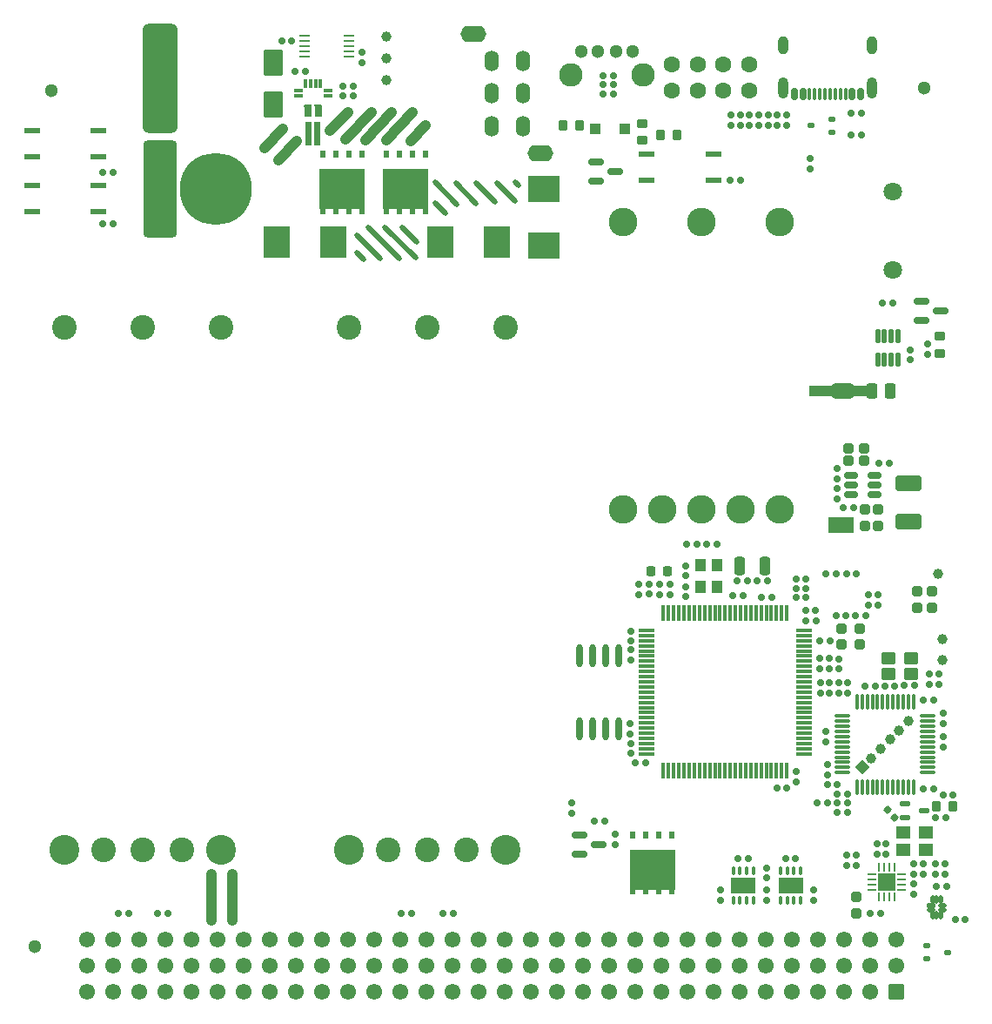
<source format=gbr>
%TF.GenerationSoftware,KiCad,Pcbnew,9.0.3*%
%TF.CreationDate,2025-10-01T00:39:15+02:00*%
%TF.ProjectId,PSU,5053552e-6b69-4636-9164-5f7063625858,0*%
%TF.SameCoordinates,Original*%
%TF.FileFunction,Soldermask,Top*%
%TF.FilePolarity,Negative*%
%FSLAX46Y46*%
G04 Gerber Fmt 4.6, Leading zero omitted, Abs format (unit mm)*
G04 Created by KiCad (PCBNEW 9.0.3) date 2025-10-01 00:39:15*
%MOMM*%
%LPD*%
G01*
G04 APERTURE LIST*
G04 Aperture macros list*
%AMRoundRect*
0 Rectangle with rounded corners*
0 $1 Rounding radius*
0 $2 $3 $4 $5 $6 $7 $8 $9 X,Y pos of 4 corners*
0 Add a 4 corners polygon primitive as box body*
4,1,4,$2,$3,$4,$5,$6,$7,$8,$9,$2,$3,0*
0 Add four circle primitives for the rounded corners*
1,1,$1+$1,$2,$3*
1,1,$1+$1,$4,$5*
1,1,$1+$1,$6,$7*
1,1,$1+$1,$8,$9*
0 Add four rect primitives between the rounded corners*
20,1,$1+$1,$2,$3,$4,$5,0*
20,1,$1+$1,$4,$5,$6,$7,0*
20,1,$1+$1,$6,$7,$8,$9,0*
20,1,$1+$1,$8,$9,$2,$3,0*%
%AMRotRect*
0 Rectangle, with rotation*
0 The origin of the aperture is its center*
0 $1 length*
0 $2 width*
0 $3 Rotation angle, in degrees counterclockwise*
0 Add horizontal line*
21,1,$1,$2,0,0,$3*%
%AMFreePoly0*
4,1,6,1.000000,0.000000,0.500000,-0.750000,-0.500000,-0.750000,-0.500000,0.750000,0.500000,0.750000,1.000000,0.000000,1.000000,0.000000,$1*%
%AMFreePoly1*
4,1,6,0.500000,-0.750000,-0.650000,-0.750000,-0.150000,0.000000,-0.650000,0.750000,0.500000,0.750000,0.500000,-0.750000,0.500000,-0.750000,$1*%
%AMFreePoly2*
4,1,23,0.500000,-0.750000,0.000000,-0.750000,0.000000,-0.745722,-0.065263,-0.745722,-0.191342,-0.711940,-0.304381,-0.646677,-0.396677,-0.554381,-0.461940,-0.441342,-0.495722,-0.315263,-0.495722,-0.250000,-0.500000,-0.250000,-0.500000,0.250000,-0.495722,0.250000,-0.495722,0.315263,-0.461940,0.441342,-0.396677,0.554381,-0.304381,0.646677,-0.191342,0.711940,-0.065263,0.745722,0.000000,0.745722,
0.000000,0.750000,0.500000,0.750000,0.500000,-0.750000,0.500000,-0.750000,$1*%
%AMFreePoly3*
4,1,23,0.000000,0.745722,0.065263,0.745722,0.191342,0.711940,0.304381,0.646677,0.396677,0.554381,0.461940,0.441342,0.495722,0.315263,0.495722,0.250000,0.500000,0.250000,0.500000,-0.250000,0.495722,-0.250000,0.495722,-0.315263,0.461940,-0.441342,0.396677,-0.554381,0.304381,-0.646677,0.191342,-0.711940,0.065263,-0.745722,0.000000,-0.745722,0.000000,-0.750000,-0.500000,-0.750000,
-0.500000,0.750000,0.000000,0.750000,0.000000,0.745722,0.000000,0.745722,$1*%
G04 Aperture macros list end*
%ADD10C,0.500000*%
%ADD11C,1.000000*%
%ADD12C,1.300000*%
%ADD13RoundRect,0.250001X-0.999999X0.499999X-0.999999X-0.499999X0.999999X-0.499999X0.999999X0.499999X0*%
%ADD14C,1.000000*%
%ADD15RoundRect,0.075000X-0.075000X0.725000X-0.075000X-0.725000X0.075000X-0.725000X0.075000X0.725000X0*%
%ADD16RoundRect,0.075000X-0.725000X0.075000X-0.725000X-0.075000X0.725000X-0.075000X0.725000X0.075000X0*%
%ADD17RoundRect,0.159000X-0.159000X-0.189000X0.159000X-0.189000X0.159000X0.189000X-0.159000X0.189000X0*%
%ADD18RoundRect,0.150000X-0.590000X-0.150000X0.590000X-0.150000X0.590000X0.150000X-0.590000X0.150000X0*%
%ADD19C,1.600000*%
%ADD20RoundRect,0.159000X-0.189000X0.159000X-0.189000X-0.159000X0.189000X-0.159000X0.189000X0.159000X0*%
%ADD21RoundRect,0.159000X0.159000X0.189000X-0.159000X0.189000X-0.159000X-0.189000X0.159000X-0.189000X0*%
%ADD22RoundRect,0.159000X0.189000X-0.159000X0.189000X0.159000X-0.189000X0.159000X-0.189000X-0.159000X0*%
%ADD23C,2.400000*%
%ADD24C,2.910000*%
%ADD25RoundRect,0.239000X0.274000X-0.239000X0.274000X0.239000X-0.274000X0.239000X-0.274000X-0.239000X0*%
%ADD26RoundRect,0.137500X-0.662500X-0.137500X0.662500X-0.137500X0.662500X0.137500X-0.662500X0.137500X0*%
%ADD27RoundRect,0.102000X-0.331500X-0.112500X0.331500X-0.112500X0.331500X0.112500X-0.331500X0.112500X0*%
%ADD28RoundRect,0.102000X-0.281500X-0.112500X0.281500X-0.112500X0.281500X0.112500X-0.281500X0.112500X0*%
%ADD29RoundRect,0.102000X-0.112500X-0.281500X0.112500X-0.281500X0.112500X0.281500X-0.112500X0.281500X0*%
%ADD30RoundRect,0.150000X0.512500X0.150000X-0.512500X0.150000X-0.512500X-0.150000X0.512500X-0.150000X0*%
%ADD31RoundRect,0.130000X1.170000X1.420000X-1.170000X1.420000X-1.170000X-1.420000X1.170000X-1.420000X0*%
%ADD32O,1.400000X2.000000*%
%ADD33O,2.500000X1.600000*%
%ADD34RoundRect,0.267317X-0.280683X-0.470683X0.280683X-0.470683X0.280683X0.470683X-0.280683X0.470683X0*%
%ADD35RoundRect,0.219000X-0.219000X-0.294000X0.219000X-0.294000X0.219000X0.294000X-0.219000X0.294000X0*%
%ADD36R,0.510000X0.760000*%
%ADD37R,4.520000X3.970000*%
%ADD38C,2.780000*%
%ADD39RoundRect,0.239000X-0.274000X0.239000X-0.274000X-0.239000X0.274000X-0.239000X0.274000X0.239000X0*%
%ADD40RoundRect,0.260556X0.677444X-1.027444X0.677444X1.027444X-0.677444X1.027444X-0.677444X-1.027444X0*%
%ADD41RoundRect,0.250000X0.450000X0.350000X-0.450000X0.350000X-0.450000X-0.350000X0.450000X-0.350000X0*%
%ADD42RoundRect,0.075000X-0.075000X0.662500X-0.075000X-0.662500X0.075000X-0.662500X0.075000X0.662500X0*%
%ADD43RoundRect,0.075000X-0.662500X0.075000X-0.662500X-0.075000X0.662500X-0.075000X0.662500X0.075000X0*%
%ADD44RoundRect,0.130000X-1.170000X-1.420000X1.170000X-1.420000X1.170000X1.420000X-1.170000X1.420000X0*%
%ADD45RoundRect,0.250000X0.250000X-0.650000X0.250000X0.650000X-0.250000X0.650000X-0.250000X-0.650000X0*%
%ADD46R,1.100000X1.300000*%
%ADD47FreePoly0,180.000000*%
%ADD48FreePoly1,180.000000*%
%ADD49RoundRect,0.150000X0.150000X0.425000X-0.150000X0.425000X-0.150000X-0.425000X0.150000X-0.425000X0*%
%ADD50RoundRect,0.075000X0.075000X0.500000X-0.075000X0.500000X-0.075000X-0.500000X0.075000X-0.500000X0*%
%ADD51O,1.000000X2.100000*%
%ADD52O,1.000000X1.800000*%
%ADD53RoundRect,0.219000X-0.294000X0.219000X-0.294000X-0.219000X0.294000X-0.219000X0.294000X0.219000X0*%
%ADD54RoundRect,0.112500X-0.237500X0.112500X-0.237500X-0.112500X0.237500X-0.112500X0.237500X0.112500X0*%
%ADD55RoundRect,0.244000X0.244000X0.269000X-0.244000X0.269000X-0.244000X-0.269000X0.244000X-0.269000X0*%
%ADD56RoundRect,0.249999X0.525001X0.525001X-0.525001X0.525001X-0.525001X-0.525001X0.525001X-0.525001X0*%
%ADD57C,1.550000*%
%ADD58RoundRect,0.137500X0.662500X0.137500X-0.662500X0.137500X-0.662500X-0.137500X0.662500X-0.137500X0*%
%ADD59C,1.800000*%
%ADD60RoundRect,0.495000X1.155000X-4.255000X1.155000X4.255000X-1.155000X4.255000X-1.155000X-4.255000X0*%
%ADD61C,7.000000*%
%ADD62RoundRect,0.505697X1.179959X-4.794303X1.179959X4.794303X-1.179959X4.794303X-1.179959X-4.794303X0*%
%ADD63RoundRect,0.130000X1.420000X-1.170000X1.420000X1.170000X-1.420000X1.170000X-1.420000X-1.170000X0*%
%ADD64RoundRect,0.244000X0.269000X-0.244000X0.269000X0.244000X-0.269000X0.244000X-0.269000X-0.244000X0*%
%ADD65RoundRect,0.220000X0.220000X0.255000X-0.220000X0.255000X-0.220000X-0.255000X0.220000X-0.255000X0*%
%ADD66RoundRect,0.250000X0.300000X0.300000X-0.300000X0.300000X-0.300000X-0.300000X0.300000X-0.300000X0*%
%ADD67RoundRect,0.075000X-0.075000X0.350000X-0.075000X-0.350000X0.075000X-0.350000X0.075000X0.350000X0*%
%ADD68R,2.400000X1.600000*%
%ADD69C,2.286000*%
%ADD70RoundRect,0.159000X0.246073X0.021213X0.021213X0.246073X-0.246073X-0.021213X-0.021213X-0.246073X0*%
%ADD71R,0.800000X1.070000*%
%ADD72RotRect,0.282800X0.282800X135.000000*%
%ADD73R,0.600000X0.200000*%
%ADD74R,0.850000X0.300000*%
%ADD75R,0.300000X0.850000*%
%ADD76R,1.400000X1.200000*%
%ADD77FreePoly2,0.000000*%
%ADD78FreePoly3,0.000000*%
%ADD79RoundRect,0.125000X0.125000X-0.537500X0.125000X0.537500X-0.125000X0.537500X-0.125000X-0.537500X0*%
%ADD80RoundRect,0.062500X-0.062500X0.350000X-0.062500X-0.350000X0.062500X-0.350000X0.062500X0.350000X0*%
%ADD81RoundRect,0.062500X-0.350000X0.062500X-0.350000X-0.062500X0.350000X-0.062500X0.350000X0.062500X0*%
%ADD82R,1.700000X1.700000*%
%ADD83RoundRect,0.112500X0.237500X-0.112500X0.237500X0.112500X-0.237500X0.112500X-0.237500X-0.112500X0*%
%ADD84O,0.630000X2.250000*%
%ADD85R,1.100000X0.250000*%
%ADD86RoundRect,0.219000X0.294000X-0.219000X0.294000X0.219000X-0.294000X0.219000X-0.294000X-0.219000X0*%
%ADD87RoundRect,0.125000X0.345000X0.125000X-0.345000X0.125000X-0.345000X-0.125000X0.345000X-0.125000X0*%
%ADD88RotRect,1.000000X1.000000X315.000000*%
G04 APERTURE END LIST*
D10*
X36833781Y77141871D02*
X37517901Y76457751D01*
G36*
X32697333Y89871489D02*
G01*
X33341958Y89871489D01*
X33341958Y87621489D01*
X32697333Y87621489D01*
X32697333Y89871489D01*
G37*
D11*
X43525000Y89575000D02*
X42125000Y88000000D01*
X24750000Y16750000D02*
X24750000Y12250000D01*
X22750000Y16750000D02*
X22750000Y12250000D01*
D10*
X46475000Y83975000D02*
X48475859Y81941340D01*
X39577859Y79650000D02*
X42606345Y76674752D01*
X41275000Y79650000D02*
X42725000Y78200000D01*
D11*
X27864566Y87325462D02*
X29635434Y89174538D01*
X29229132Y86150925D02*
X31000000Y88000000D01*
X35729132Y88150925D02*
X38270868Y90849076D01*
D10*
X50475000Y83975000D02*
X52271484Y82149065D01*
X52275000Y84000000D02*
X52616939Y83658061D01*
D11*
X37729132Y88075000D02*
X40270868Y90773151D01*
X34250000Y89000000D02*
X36020868Y90849076D01*
D10*
X37975000Y79650000D02*
X41025000Y76550000D01*
D11*
X42286331Y90770170D02*
X39713669Y88075000D01*
D10*
X44475000Y84000000D02*
X46595128Y81810359D01*
X44500000Y82000000D02*
X45525000Y80950000D01*
X36875000Y78900000D02*
X39125000Y76550000D01*
X48475000Y83975000D02*
X50359355Y82059754D01*
G36*
X31855375Y89875000D02*
G01*
X32500000Y89875000D01*
X32500000Y87625000D01*
X31855375Y87625000D01*
X31855375Y89875000D01*
G37*
%TO.C,JP301*%
G36*
X85180136Y49906950D02*
G01*
X82730136Y49906950D01*
X82730136Y51406950D01*
X85180136Y51406950D01*
X85180136Y49906950D01*
G37*
%TO.C,JP1*%
G36*
X84020000Y64460000D02*
G01*
X84320000Y64460000D01*
X84320000Y62960000D01*
X84020000Y62960000D01*
X84020000Y64460000D01*
G37*
%TD*%
D12*
%TO.C,*%
X5530000Y9710000D03*
%TD*%
%TO.C,*%
X7110000Y92920000D03*
%TD*%
%TO.C,REF\u002A\u002A*%
X92050000Y93220000D03*
%TD*%
D13*
%TO.C,L301*%
X90530136Y54703492D03*
X90530136Y51003492D03*
%TD*%
D14*
%TO.C,TP302*%
X93380000Y45960001D03*
%TD*%
D15*
%TO.C,U405*%
X78705000Y42110001D03*
X78205000Y42110001D03*
X77705000Y42110001D03*
X77205000Y42110001D03*
X76705000Y42110001D03*
X76205000Y42110001D03*
X75705000Y42110001D03*
X75205000Y42110001D03*
X74705000Y42110001D03*
X74205000Y42110001D03*
X73705000Y42110001D03*
X73205000Y42110001D03*
X72705000Y42110001D03*
X72205000Y42110001D03*
X71705000Y42110001D03*
X71205000Y42110001D03*
X70705000Y42110001D03*
X70205000Y42110001D03*
X69705000Y42110001D03*
X69205000Y42110001D03*
X68705000Y42110001D03*
X68205000Y42110001D03*
X67705000Y42110001D03*
X67205000Y42110001D03*
X66705000Y42110001D03*
D16*
X65030000Y40435001D03*
X65030000Y39935001D03*
X65030000Y39435001D03*
X65030000Y38935001D03*
X65030000Y38435001D03*
X65030000Y37935001D03*
X65030000Y37435001D03*
X65030000Y36935001D03*
X65030000Y36435001D03*
X65030000Y35935001D03*
X65030000Y35435001D03*
X65030000Y34935001D03*
X65030000Y34435001D03*
X65030000Y33935001D03*
X65030000Y33435001D03*
X65030000Y32935001D03*
X65030000Y32435001D03*
X65030000Y31935001D03*
X65030000Y31435001D03*
X65030000Y30935001D03*
X65030000Y30435001D03*
X65030000Y29935001D03*
X65030000Y29435001D03*
X65030000Y28935001D03*
X65030000Y28435001D03*
D15*
X66705000Y26760001D03*
X67205000Y26760001D03*
X67705000Y26760001D03*
X68205000Y26760001D03*
X68705000Y26760001D03*
X69205000Y26760001D03*
X69705000Y26760001D03*
X70205000Y26760001D03*
X70705000Y26760001D03*
X71205000Y26760001D03*
X71705000Y26760001D03*
X72205000Y26760001D03*
X72705000Y26760001D03*
X73205000Y26760001D03*
X73705000Y26760001D03*
X74205000Y26760001D03*
X74705000Y26760001D03*
X75205000Y26760001D03*
X75705000Y26760001D03*
X76205000Y26760001D03*
X76705000Y26760001D03*
X77205000Y26760001D03*
X77705000Y26760001D03*
X78205000Y26760001D03*
X78705000Y26760001D03*
D16*
X80380000Y28435001D03*
X80380000Y28935001D03*
X80380000Y29435001D03*
X80380000Y29935001D03*
X80380000Y30435001D03*
X80380000Y30935001D03*
X80380000Y31435001D03*
X80380000Y31935001D03*
X80380000Y32435001D03*
X80380000Y32935001D03*
X80380000Y33435001D03*
X80380000Y33935001D03*
X80380000Y34435001D03*
X80380000Y34935001D03*
X80380000Y35435001D03*
X80380000Y35935001D03*
X80380000Y36435001D03*
X80380000Y36935001D03*
X80380000Y37435001D03*
X80380000Y37935001D03*
X80380000Y38435001D03*
X80380000Y38935001D03*
X80380000Y39435001D03*
X80380000Y39935001D03*
X80380000Y40435001D03*
%TD*%
D14*
%TO.C,TP401*%
X39725000Y96056250D03*
%TD*%
D17*
%TO.C,R434*%
X60858400Y92600000D03*
X61858400Y92600000D03*
%TD*%
D18*
%TO.C,Q405*%
X60120000Y86000000D03*
X60120000Y84100000D03*
X62000000Y85050000D03*
%TD*%
D19*
%TO.C,LED300*%
X67493600Y95500001D03*
X70033600Y95500001D03*
X67493600Y92960001D03*
X70033600Y92960001D03*
%TD*%
D20*
%TO.C,C432*%
X68834000Y46728000D03*
X68834000Y45728000D03*
%TD*%
D17*
%TO.C,R420*%
X70930000Y48800000D03*
X71930000Y48800000D03*
%TD*%
D20*
%TO.C,R903*%
X87480000Y19660001D03*
X87480000Y18660001D03*
%TD*%
D21*
%TO.C,R308*%
X87830000Y12910001D03*
X86830000Y12910001D03*
%TD*%
D20*
%TO.C,R429*%
X57750000Y23650000D03*
X57750000Y22650000D03*
%TD*%
D21*
%TO.C,C428*%
X31849999Y94800000D03*
X30850001Y94800000D03*
%TD*%
D22*
%TO.C,C402*%
X63500000Y39378000D03*
X63500000Y40378000D03*
%TD*%
%TO.C,C501*%
X76775000Y14200000D03*
X76775000Y15200000D03*
%TD*%
D17*
%TO.C,R716*%
X83630000Y22760001D03*
X84630000Y22760001D03*
%TD*%
D22*
%TO.C,R306*%
X83580136Y53253492D03*
X83580136Y54253492D03*
%TD*%
D14*
%TO.C,TP400*%
X39725000Y98212500D03*
%TD*%
D23*
%TO.C,IC402*%
X23680000Y69900000D03*
X16060000Y69900000D03*
X8440000Y69900000D03*
D24*
X8440000Y19100000D03*
D23*
X12250000Y19100000D03*
X16060000Y19100000D03*
X19870000Y19100000D03*
D24*
X23680000Y19100000D03*
%TD*%
D25*
%TO.C,D301*%
X85480000Y12920001D03*
X85480000Y14500001D03*
%TD*%
D26*
%TO.C,IC400*%
X5250000Y83670000D03*
X5250000Y81130000D03*
X11750000Y81130000D03*
X11750000Y83670000D03*
%TD*%
D22*
%TO.C,C601*%
X72225000Y14200000D03*
X72225000Y15200000D03*
%TD*%
%TO.C,R600*%
X76775000Y16350000D03*
X76775000Y17350000D03*
%TD*%
D17*
%TO.C,R801*%
X84980000Y88610001D03*
X85980000Y88610001D03*
%TD*%
D21*
%TO.C,C600*%
X74975000Y18250000D03*
X73975000Y18250000D03*
%TD*%
D17*
%TO.C,R410*%
X29550000Y97750000D03*
X30550000Y97750000D03*
%TD*%
D27*
%TO.C,U801*%
X92761500Y13685001D03*
D28*
X92711500Y13285001D03*
D29*
X92880000Y12716501D03*
X93280000Y12716501D03*
X93680000Y12716501D03*
D28*
X93848500Y13285001D03*
X93848500Y13685001D03*
D29*
X93680000Y14253501D03*
X93280000Y14253501D03*
X92880000Y14253501D03*
%TD*%
D14*
%TO.C,TP701*%
X93880000Y37560001D03*
%TD*%
D22*
%TO.C,R437*%
X81900000Y36685001D03*
X81900000Y37685001D03*
%TD*%
D21*
%TO.C,C422*%
X81518000Y42418000D03*
X80518000Y42418000D03*
%TD*%
D22*
%TO.C,R442*%
X74180000Y89560001D03*
X74180000Y90560001D03*
%TD*%
D30*
%TO.C,U301*%
X87238356Y53600000D03*
X87238356Y54550000D03*
X87238356Y55500000D03*
X84963356Y55500000D03*
X84963356Y54550000D03*
X84963356Y53600000D03*
%TD*%
D21*
%TO.C,C500*%
X79575000Y18250000D03*
X78575000Y18250000D03*
%TD*%
D20*
%TO.C,R902*%
X88380000Y19660001D03*
X88380000Y18660001D03*
%TD*%
%TO.C,C410*%
X83770000Y37670000D03*
X83770000Y36670000D03*
%TD*%
D31*
%TO.C,F403*%
X50500000Y78200000D03*
X45000000Y78200000D03*
%TD*%
D21*
%TO.C,C424*%
X67310000Y43942000D03*
X66310000Y43942000D03*
%TD*%
D20*
%TO.C,R700*%
X81955000Y35360001D03*
X81955000Y34360001D03*
%TD*%
D32*
%TO.C,SW401*%
X50000000Y89437500D03*
X50000000Y92637500D03*
X50000000Y95837500D03*
X53000000Y89437500D03*
X53000000Y92637500D03*
X53000000Y95837500D03*
D33*
X54750000Y86837500D03*
X48250000Y98437500D03*
%TD*%
D34*
%TO.C,R419*%
X86970000Y63710000D03*
X88790000Y63710000D03*
%TD*%
D23*
%TO.C,IC405*%
X51365000Y69905000D03*
X43745000Y69905000D03*
X36125000Y69905000D03*
D24*
X36125000Y19105000D03*
D23*
X39935000Y19105000D03*
X43745000Y19105000D03*
X47555000Y19105000D03*
D24*
X51365000Y19105000D03*
%TD*%
D22*
%TO.C,R401*%
X81000000Y85300000D03*
X81000000Y86300000D03*
%TD*%
D35*
%TO.C,R415*%
X56930000Y89500000D03*
X58570000Y89500000D03*
%TD*%
D36*
%TO.C,Q403*%
X67555000Y20575000D03*
X66285000Y20575000D03*
X65015000Y20575000D03*
X63745000Y20575000D03*
X63745000Y15085000D03*
X65015000Y15085000D03*
X66285000Y15085000D03*
X67555000Y15085000D03*
D37*
X65650000Y17190000D03*
%TD*%
D14*
%TO.C,TP402*%
X39725000Y93900000D03*
%TD*%
D38*
%TO.C,IC406*%
X78040000Y80140000D03*
X70420000Y80140000D03*
X62800000Y80140000D03*
X62800000Y52200000D03*
X66610000Y52200000D03*
X70420000Y52200000D03*
X74230000Y52200000D03*
X78040000Y52200000D03*
%TD*%
D22*
%TO.C,R411*%
X87580000Y42910001D03*
X87580000Y43910001D03*
%TD*%
D17*
%TO.C,R413*%
X12150000Y79950000D03*
X13150000Y79950000D03*
%TD*%
D22*
%TO.C,R440*%
X75080000Y89550000D03*
X75080000Y90550000D03*
%TD*%
D39*
%TO.C,D701*%
X85805000Y40625001D03*
X85805000Y39045001D03*
%TD*%
D17*
%TO.C,R423*%
X82500000Y45925000D03*
X83500000Y45925000D03*
%TD*%
D40*
%TO.C,D404*%
X28700000Y91600000D03*
X28700000Y95600000D03*
%TD*%
D22*
%TO.C,R441*%
X75970000Y89550000D03*
X75970000Y90550000D03*
%TD*%
D17*
%TO.C,C420*%
X76208000Y43688000D03*
X77208000Y43688000D03*
%TD*%
D20*
%TO.C,R701*%
X84630000Y35360001D03*
X84630000Y34360001D03*
%TD*%
D25*
%TO.C,D402*%
X92870000Y42620001D03*
X92870000Y44200001D03*
%TD*%
D17*
%TO.C,R421*%
X68930000Y48800000D03*
X69930000Y48800000D03*
%TD*%
D41*
%TO.C,Y700*%
X90780000Y37760001D03*
X88580000Y37760001D03*
X88580000Y36160001D03*
X90780000Y36160001D03*
%TD*%
D42*
%TO.C,U700*%
X91030000Y33522501D03*
X90530000Y33522501D03*
X90030000Y33522501D03*
X89530000Y33522501D03*
X89030000Y33522501D03*
X88530000Y33522501D03*
X88030000Y33522501D03*
X87530000Y33522501D03*
X87030000Y33522501D03*
X86530000Y33522501D03*
X86030000Y33522501D03*
X85530000Y33522501D03*
D43*
X84117500Y32110001D03*
X84117500Y31610001D03*
X84117500Y31110001D03*
X84117500Y30610001D03*
X84117500Y30110001D03*
X84117500Y29610001D03*
X84117500Y29110001D03*
X84117500Y28610001D03*
X84117500Y28110001D03*
X84117500Y27610001D03*
X84117500Y27110001D03*
X84117500Y26610001D03*
D42*
X85530000Y25197501D03*
X86030000Y25197501D03*
X86530000Y25197501D03*
X87030000Y25197501D03*
X87530000Y25197501D03*
X88030000Y25197501D03*
X88530000Y25197501D03*
X89030000Y25197501D03*
X89530000Y25197501D03*
X90030000Y25197501D03*
X90530000Y25197501D03*
X91030000Y25197501D03*
D43*
X92442500Y26610001D03*
X92442500Y27110001D03*
X92442500Y27610001D03*
X92442500Y28110001D03*
X92442500Y28610001D03*
X92442500Y29110001D03*
X92442500Y29610001D03*
X92442500Y30110001D03*
X92442500Y30610001D03*
X92442500Y31110001D03*
X92442500Y31610001D03*
X92442500Y32110001D03*
%TD*%
D20*
%TO.C,R439*%
X82830000Y37685001D03*
X82830000Y36685001D03*
%TD*%
D14*
%TO.C,TP700*%
X93880000Y39560001D03*
%TD*%
D17*
%TO.C,R418*%
X12150000Y84950000D03*
X13150000Y84950000D03*
%TD*%
D44*
%TO.C,F402*%
X29100000Y78200000D03*
X34600000Y78200000D03*
%TD*%
D35*
%TO.C,R404*%
X93260000Y23300000D03*
X94900000Y23300000D03*
%TD*%
D17*
%TO.C,R707*%
X83480000Y41910001D03*
X84480000Y41910001D03*
%TD*%
D22*
%TO.C,C434*%
X90710000Y66735000D03*
X90710000Y67735000D03*
%TD*%
%TO.C,R402*%
X92425000Y67300000D03*
X92425000Y68300000D03*
%TD*%
%TO.C,C430*%
X37400000Y95650000D03*
X37400000Y96650000D03*
%TD*%
D21*
%TO.C,C708*%
X89230000Y35050001D03*
X88230000Y35050001D03*
%TD*%
D20*
%TO.C,R705*%
X93530000Y36160001D03*
X93530000Y35160001D03*
%TD*%
%TO.C,C404*%
X79605000Y26685001D03*
X79605000Y25685001D03*
%TD*%
D22*
%TO.C,R307*%
X83580136Y55153492D03*
X83580136Y56153492D03*
%TD*%
D45*
%TO.C,X300*%
X74105000Y46735001D03*
X76605000Y46735001D03*
%TD*%
D46*
%TO.C,Y400*%
X70295000Y46770000D03*
X70295000Y44670000D03*
X71945000Y44670000D03*
X71945000Y46770000D03*
%TD*%
D17*
%TO.C,R710*%
X93900000Y24400000D03*
X94900000Y24400000D03*
%TD*%
%TO.C,R715*%
X83630000Y23635001D03*
X84630000Y23635001D03*
%TD*%
D20*
%TO.C,C801*%
X76880000Y90560001D03*
X76880000Y89560001D03*
%TD*%
D17*
%TO.C,C419*%
X79590000Y45420001D03*
X80590000Y45420001D03*
%TD*%
D47*
%TO.C,JP301*%
X84680136Y50656950D03*
D48*
X83230136Y50656950D03*
%TD*%
D49*
%TO.C,J800*%
X85880000Y92570001D03*
X85080000Y92570001D03*
D50*
X83930000Y92570001D03*
X82930000Y92570001D03*
X82430000Y92570001D03*
X81430000Y92570001D03*
D49*
X80280000Y92570001D03*
X79480000Y92570001D03*
X79480000Y92570001D03*
X80280000Y92570001D03*
D50*
X80930000Y92570001D03*
X81930000Y92570001D03*
X83430000Y92570001D03*
X84430000Y92570001D03*
D49*
X85080000Y92570001D03*
X85880000Y92570001D03*
D51*
X87000000Y93145001D03*
D52*
X87000000Y97325001D03*
D51*
X78360000Y93145001D03*
D52*
X78360000Y97325001D03*
%TD*%
D21*
%TO.C,C311*%
X88693767Y56706950D03*
X87693767Y56706950D03*
%TD*%
D53*
%TO.C,R403*%
X64600000Y89720000D03*
X64600000Y88080000D03*
%TD*%
D22*
%TO.C,C406*%
X68834000Y43696000D03*
X68834000Y44696000D03*
%TD*%
D21*
%TO.C,R414*%
X36500000Y93315000D03*
X35500000Y93315000D03*
%TD*%
D54*
%TO.C,U402*%
X92337500Y9772500D03*
X92337500Y8472500D03*
X94337500Y9122500D03*
%TD*%
D36*
%TO.C,Q401*%
X43517500Y86750000D03*
X42247500Y86750000D03*
X40977500Y86750000D03*
X39707500Y86750000D03*
X39707500Y81260000D03*
X40977500Y81260000D03*
X42247500Y81260000D03*
X43517500Y81260000D03*
D37*
X41612500Y83365000D03*
%TD*%
D17*
%TO.C,C707*%
X90130000Y35060001D03*
X91130000Y35060001D03*
%TD*%
D20*
%TO.C,R901*%
X84530000Y18560001D03*
X84530000Y17560001D03*
%TD*%
D21*
%TO.C,C403*%
X64955000Y27535001D03*
X63955000Y27535001D03*
%TD*%
%TO.C,R709*%
X94180000Y22210001D03*
X93180000Y22210001D03*
%TD*%
D20*
%TO.C,R805*%
X77780000Y90560001D03*
X77780000Y89560001D03*
%TD*%
%TO.C,R800*%
X78680000Y90560001D03*
X78680000Y89560001D03*
%TD*%
D55*
%TO.C,C310*%
X86230136Y56913492D03*
X84670136Y56913492D03*
%TD*%
D22*
%TO.C,R702*%
X93930000Y29110001D03*
X93930000Y30110001D03*
%TD*%
D55*
%TO.C,C309*%
X86240585Y58156950D03*
X84680585Y58156950D03*
%TD*%
D22*
%TO.C,C900*%
X91080000Y16710001D03*
X91080000Y17710001D03*
%TD*%
D21*
%TO.C,R436*%
X80580000Y43640001D03*
X79580000Y43640001D03*
%TD*%
%TO.C,R428*%
X61000000Y21850000D03*
X60000000Y21850000D03*
%TD*%
%TO.C,C405*%
X81526000Y41402000D03*
X80526000Y41402000D03*
%TD*%
D20*
%TO.C,R802*%
X93180000Y17760001D03*
X93180000Y16760001D03*
%TD*%
D17*
%TO.C,C701*%
X91980000Y33660001D03*
X92980000Y33660001D03*
%TD*%
D21*
%TO.C,R426*%
X46270000Y12905000D03*
X45270000Y12905000D03*
%TD*%
D56*
%TO.C,J200*%
X89370000Y5310001D03*
D57*
X86830000Y5310001D03*
X84290000Y5310001D03*
X81750000Y5310001D03*
X79210000Y5310001D03*
X76670000Y5310001D03*
X74130000Y5310001D03*
X71590000Y5310001D03*
X69050000Y5310001D03*
X66510000Y5310001D03*
X63970000Y5310001D03*
X61430000Y5310001D03*
X58890000Y5310001D03*
X56350000Y5310001D03*
X53810000Y5310001D03*
X51270000Y5310001D03*
X48730000Y5310001D03*
X46190000Y5310001D03*
X43650000Y5310001D03*
X41110000Y5310001D03*
X38570000Y5310001D03*
X36030000Y5310001D03*
X33490000Y5310001D03*
X30950000Y5310001D03*
X28410000Y5310001D03*
X25870000Y5310001D03*
X23330000Y5310001D03*
X20790000Y5310001D03*
X18250000Y5310001D03*
X15710000Y5310001D03*
X13170000Y5310001D03*
X10630000Y5310001D03*
X89370000Y7850001D03*
X86830000Y7850001D03*
X84290000Y7850001D03*
X81750000Y7850001D03*
X79210000Y7850001D03*
X76670000Y7850001D03*
X74130000Y7850001D03*
X71590000Y7850001D03*
X69050000Y7850001D03*
X66510000Y7850001D03*
X63970000Y7850001D03*
X61430000Y7850001D03*
X58890000Y7850001D03*
X56350000Y7850001D03*
X53810000Y7850001D03*
X51270000Y7850001D03*
X48730000Y7850001D03*
X46190000Y7850001D03*
X43650000Y7850001D03*
X41110000Y7850001D03*
X38570000Y7850001D03*
X36030000Y7850001D03*
X33490000Y7850001D03*
X30950000Y7850001D03*
X28410000Y7850001D03*
X25870000Y7850001D03*
X23330000Y7850001D03*
X20790000Y7850001D03*
X18250000Y7850001D03*
X15710000Y7850001D03*
X13170000Y7850001D03*
X10630000Y7850001D03*
X89370000Y10390001D03*
X86830000Y10390001D03*
X84290000Y10390001D03*
X81750000Y10390001D03*
X79210000Y10390001D03*
X76670000Y10390001D03*
X74130000Y10390001D03*
X71590000Y10390001D03*
X69050000Y10390001D03*
X66510000Y10390001D03*
X63970000Y10390001D03*
X61430000Y10390001D03*
X58890000Y10390001D03*
X56350000Y10390001D03*
X53810000Y10390001D03*
X51270000Y10390001D03*
X48730000Y10390001D03*
X46190000Y10390001D03*
X43650000Y10390001D03*
X41110000Y10390001D03*
X38570000Y10390001D03*
X36030000Y10390001D03*
X33490000Y10390001D03*
X30950000Y10390001D03*
X28410000Y10390001D03*
X25870000Y10390001D03*
X23330000Y10390001D03*
X20790000Y10390001D03*
X18250000Y10390001D03*
X15710000Y10390001D03*
X13170000Y10390001D03*
X10630000Y10390001D03*
%TD*%
D58*
%TO.C,IC410*%
X71575000Y84180000D03*
X71575000Y86720000D03*
X65075000Y86720000D03*
X65075000Y84180000D03*
%TD*%
D59*
%TO.C,BZ401*%
X89000000Y75500000D03*
X89000000Y83100000D03*
%TD*%
D20*
%TO.C,C425*%
X64270000Y44942000D03*
X64270000Y43942000D03*
%TD*%
D22*
%TO.C,R430*%
X62050000Y19600000D03*
X62050000Y20600000D03*
%TD*%
D20*
%TO.C,C427*%
X63500000Y29456000D03*
X63500000Y28456000D03*
%TD*%
D18*
%TO.C,Q400*%
X58560000Y20550000D03*
X58560000Y18650000D03*
X60440000Y19600000D03*
%TD*%
D17*
%TO.C,C418*%
X35500000Y92415000D03*
X36500000Y92415000D03*
%TD*%
%TO.C,C700*%
X82630000Y25410001D03*
X83630000Y25410001D03*
%TD*%
D21*
%TO.C,R424*%
X18460000Y12950000D03*
X17460000Y12950000D03*
%TD*%
D60*
%TO.C,J400*%
X17700000Y83350000D03*
D61*
X23150000Y83400000D03*
D62*
X17735656Y94100000D03*
%TD*%
D17*
%TO.C,C401*%
X73455000Y43810001D03*
X74455000Y43810001D03*
%TD*%
D63*
%TO.C,F404*%
X55050000Y77850000D03*
X55050000Y83350000D03*
%TD*%
D22*
%TO.C,R500*%
X81325000Y14200000D03*
X81325000Y15200000D03*
%TD*%
D20*
%TO.C,C704*%
X93920000Y32362501D03*
X93920000Y31362501D03*
%TD*%
D17*
%TO.C,C429*%
X81910000Y39450000D03*
X82910000Y39450000D03*
%TD*%
D22*
%TO.C,C902*%
X91980000Y16710001D03*
X91980000Y17710001D03*
%TD*%
D17*
%TO.C,C312*%
X93280000Y15510001D03*
X94280000Y15510001D03*
%TD*%
D21*
%TO.C,R435*%
X80590000Y44520001D03*
X79590000Y44520001D03*
%TD*%
D22*
%TO.C,C702*%
X82640000Y26357501D03*
X82640000Y27357501D03*
%TD*%
D20*
%TO.C,R706*%
X92580000Y36160001D03*
X92580000Y35160001D03*
%TD*%
D22*
%TO.C,R803*%
X94080000Y16760001D03*
X94080000Y17760001D03*
%TD*%
D64*
%TO.C,C307*%
X87542182Y50623492D03*
X87542182Y52183492D03*
%TD*%
D35*
%TO.C,R400*%
X66380000Y88625000D03*
X68020000Y88625000D03*
%TD*%
D17*
%TO.C,C306*%
X84170136Y52403492D03*
X85170136Y52403492D03*
%TD*%
D18*
%TO.C,Q404*%
X91810000Y72450000D03*
X91810000Y70550000D03*
X93690000Y71500000D03*
%TD*%
D65*
%TO.C,FB401*%
X67092000Y46228000D03*
X65512000Y46228000D03*
%TD*%
D17*
%TO.C,R714*%
X83630000Y24510001D03*
X84630000Y24510001D03*
%TD*%
D20*
%TO.C,R900*%
X85430000Y18560001D03*
X85430000Y17560001D03*
%TD*%
D66*
%TO.C,D403*%
X62900000Y89200000D03*
X60100000Y89200000D03*
%TD*%
D21*
%TO.C,R438*%
X61858400Y94400000D03*
X60858400Y94400000D03*
%TD*%
D67*
%TO.C,U600*%
X75450000Y17100000D03*
X74800000Y17100000D03*
X74150000Y17100000D03*
X73500000Y17100000D03*
X73500000Y14200000D03*
X74150000Y14200000D03*
X74800000Y14200000D03*
X75450000Y14200000D03*
D68*
X74475000Y15650000D03*
%TD*%
D17*
%TO.C,C421*%
X77724000Y25146000D03*
X78724000Y25146000D03*
%TD*%
D22*
%TO.C,R412*%
X86680000Y42910001D03*
X86680000Y43910001D03*
%TD*%
%TO.C,C706*%
X82830000Y34360001D03*
X82830000Y35360001D03*
%TD*%
D12*
%TO.C,BTN400*%
X63709415Y96700838D03*
X62079415Y96700838D03*
X60339415Y96700838D03*
X58709415Y96700838D03*
D69*
X64709415Y94450838D03*
X57709415Y94450838D03*
%TD*%
D17*
%TO.C,C800*%
X84980000Y90760001D03*
X85980000Y90760001D03*
%TD*%
%TO.C,R425*%
X13660000Y12950000D03*
X14660000Y12950000D03*
%TD*%
%TO.C,C705*%
X86330000Y35050001D03*
X87330000Y35050001D03*
%TD*%
D70*
%TO.C,R712*%
X89183553Y22256448D03*
X88476447Y22963554D03*
%TD*%
D17*
%TO.C,R445*%
X88000000Y72250000D03*
X89000000Y72250000D03*
%TD*%
D20*
%TO.C,R708*%
X82530000Y30610001D03*
X82530000Y29610001D03*
%TD*%
D71*
%TO.C,IC403*%
X32100000Y90865000D03*
D72*
X31900000Y91400000D03*
D73*
X32200000Y91500000D03*
D71*
X33100000Y90865000D03*
D72*
X33300000Y91400000D03*
D73*
X33000000Y91500000D03*
D74*
X34050000Y92415000D03*
X34050000Y92915000D03*
D75*
X33350000Y93615000D03*
X32850000Y93615000D03*
X32350000Y93615000D03*
X31850000Y93615000D03*
D74*
X31150000Y92915000D03*
X31150000Y92415000D03*
%TD*%
D22*
%TO.C,R443*%
X73280000Y89560001D03*
X73280000Y90560001D03*
%TD*%
D76*
%TO.C,Y900*%
X92230000Y20810001D03*
X90030000Y20810001D03*
X90030000Y19110001D03*
X92230000Y19110001D03*
%TD*%
D67*
%TO.C,U500*%
X80050000Y17100000D03*
X79400000Y17100000D03*
X78750000Y17100000D03*
X78100000Y17100000D03*
X78100000Y14200000D03*
X78750000Y14200000D03*
X79400000Y14200000D03*
X80050000Y14200000D03*
D68*
X79075000Y15650000D03*
%TD*%
D17*
%TO.C,R713*%
X85380000Y41910001D03*
X86380000Y41910001D03*
%TD*%
D20*
%TO.C,C400*%
X63500000Y38550999D03*
X63500000Y37550999D03*
%TD*%
D77*
%TO.C,JP1*%
X83520000Y63710000D03*
D78*
X84820000Y63710000D03*
%TD*%
D25*
%TO.C,D700*%
X84055000Y39045001D03*
X84055000Y40625001D03*
%TD*%
D21*
%TO.C,C417*%
X61858400Y93500000D03*
X60858400Y93500000D03*
%TD*%
D79*
%TO.C,U403*%
X87545000Y66747500D03*
X88195000Y66747500D03*
X88845000Y66747500D03*
X89495000Y66747500D03*
X89495000Y69022500D03*
X88845000Y69022500D03*
X88195000Y69022500D03*
X87545000Y69022500D03*
%TD*%
D80*
%TO.C,U302*%
X89180000Y17435001D03*
X88680000Y17435001D03*
X88180000Y17435001D03*
X87680000Y17435001D03*
D81*
X86967500Y16722501D03*
X86967500Y16222501D03*
X86967500Y15722501D03*
X86967500Y15222501D03*
D80*
X87680000Y14510001D03*
X88180000Y14510001D03*
X88680000Y14510001D03*
X89180000Y14510001D03*
D81*
X89892500Y15222501D03*
X89892500Y15722501D03*
X89892500Y16222501D03*
X89892500Y16722501D03*
D82*
X88430000Y15972501D03*
%TD*%
D17*
%TO.C,C314*%
X75830000Y45260001D03*
X76830000Y45260001D03*
%TD*%
D83*
%TO.C,U401*%
X83100000Y88850000D03*
X83100000Y90150000D03*
X81100000Y89500000D03*
%TD*%
D36*
%TO.C,Q402*%
X37370000Y86750000D03*
X36100000Y86750000D03*
X34830000Y86750000D03*
X33560000Y86750000D03*
X33560000Y81260000D03*
X34830000Y81260000D03*
X36100000Y81260000D03*
X37370000Y81260000D03*
D37*
X35465000Y83365000D03*
%TD*%
D58*
%TO.C,IC407*%
X11750000Y86530000D03*
X11750000Y89070000D03*
X5250000Y89070000D03*
X5250000Y86530000D03*
%TD*%
D22*
%TO.C,C100*%
X63480000Y30360001D03*
X63480000Y31360001D03*
%TD*%
D84*
%TO.C,U100*%
X62335000Y37965001D03*
X61065000Y37965001D03*
X59785000Y37965001D03*
X58515000Y37965001D03*
X58515000Y30905001D03*
X59785000Y30905001D03*
X61065000Y30905001D03*
X62335000Y30905001D03*
%TD*%
D17*
%TO.C,C703*%
X91980000Y25010001D03*
X92980000Y25010001D03*
%TD*%
D25*
%TO.C,D401*%
X91380000Y42620001D03*
X91380000Y44200001D03*
%TD*%
D85*
%TO.C,U404*%
X31800000Y98250000D03*
X31800000Y97750000D03*
X31800000Y97250000D03*
X31800000Y96750000D03*
X31800000Y96250000D03*
X36100000Y96250000D03*
X36100000Y96750000D03*
X36100000Y97250000D03*
X36100000Y97750000D03*
X36100000Y98250000D03*
%TD*%
D22*
%TO.C,R703*%
X83730000Y34360001D03*
X83730000Y35360001D03*
%TD*%
D17*
%TO.C,R417*%
X73225000Y84175000D03*
X74225000Y84175000D03*
%TD*%
D86*
%TO.C,R416*%
X93600000Y67380000D03*
X93600000Y69020000D03*
%TD*%
D17*
%TO.C,R427*%
X41220000Y12905000D03*
X42220000Y12905000D03*
%TD*%
D64*
%TO.C,C308*%
X86280136Y50623492D03*
X86280136Y52183492D03*
%TD*%
D21*
%TO.C,C313*%
X74880000Y45260001D03*
X73880000Y45260001D03*
%TD*%
%TO.C,C423*%
X67302000Y44958000D03*
X66302000Y44958000D03*
%TD*%
D20*
%TO.C,C426*%
X65286000Y44950000D03*
X65286000Y43950000D03*
%TD*%
D87*
%TO.C,Q700*%
X90230000Y23560001D03*
X90230000Y22260001D03*
X92030000Y22910001D03*
%TD*%
D20*
%TO.C,C904*%
X91080000Y15760001D03*
X91080000Y14760001D03*
%TD*%
D21*
%TO.C,R422*%
X85500000Y45925000D03*
X84500000Y45925000D03*
%TD*%
D17*
%TO.C,R804*%
X95080000Y12360001D03*
X96080000Y12360001D03*
%TD*%
D19*
%TO.C,LED301*%
X72543600Y95500001D03*
X75083600Y95500001D03*
X72543600Y92960001D03*
X75083600Y92960001D03*
%TD*%
D17*
%TO.C,R704*%
X81680000Y23635001D03*
X82680000Y23635001D03*
%TD*%
D88*
%TO.C,J401*%
X86037520Y27121458D03*
D14*
X86935546Y28019484D03*
X87833571Y28917509D03*
X88731597Y29815535D03*
X89629622Y30713560D03*
X90527648Y31611586D03*
%TD*%
G36*
X83953039Y64190315D02*
G01*
X83998794Y64137511D01*
X84010000Y64086000D01*
X84010000Y63334000D01*
X83990315Y63266961D01*
X83937511Y63221206D01*
X83886000Y63210000D01*
X80974000Y63210000D01*
X80906961Y63229685D01*
X80861206Y63282489D01*
X80850000Y63334000D01*
X80850000Y64086000D01*
X80869685Y64153039D01*
X80922489Y64198794D01*
X80974000Y64210000D01*
X83886000Y64210000D01*
X83953039Y64190315D01*
G37*
G36*
X87423039Y64190315D02*
G01*
X87468794Y64137511D01*
X87480000Y64086000D01*
X87480000Y63334000D01*
X87460315Y63266961D01*
X87407511Y63221206D01*
X87356000Y63210000D01*
X84444000Y63210000D01*
X84376961Y63229685D01*
X84331206Y63282489D01*
X84320000Y63334000D01*
X84320000Y64086000D01*
X84339685Y64153039D01*
X84392489Y64198794D01*
X84444000Y64210000D01*
X87356000Y64210000D01*
X87423039Y64190315D01*
G37*
M02*

</source>
